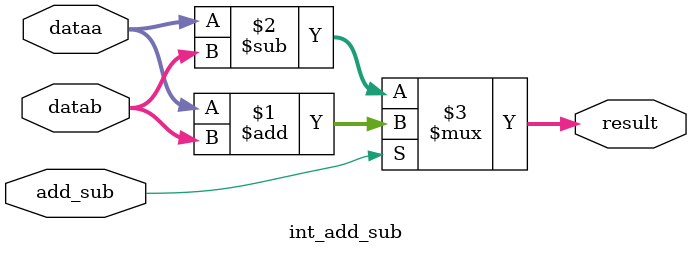
<source format=v>
module alu_simple (
	clock,
	srcA,
	srcB,
	alu_op,
	result)/* synthesis synthesis_clearbox = 1 */;


parameter ALU_OP  = 4;
input	[ALU_OP - 1 : 0]  alu_op;
input   [31:0] srcA;
input   [31:0] srcB;
input          clock;
output reg  [31:0] result;

wire   [31:0] result1;
wire   [31:0] result2;
wire   [31:0] result3;
wire   [31:0] result4;

wire add_sub;
assign add_sub = (alu_op == 3'b110)? 1 : 0;	// temporary
always@(*)
begin
   case(alu_op)
      3'h6,3'h7:begin
      	   result    = result1;
       end
      3'h1:begin
	   result    = {!srcA[31],srcA[30:0]};	//FIX this is not corrct
       end
      3'h2:begin
      	   result    = ~srcA;
       end
      3'h3:begin
      	   result    = srcA & srcB;
       end
      3'h4:begin
      	   result    = srcA | srcB;
       end
      3'h5:begin
      	   result    = srcA ^ srcB;
       end
       default: begin
      	   result    = 32'b0;
      	end
   endcase
end

   int_add_sub int_add_sub1(
      .add_sub(add_sub),
      .dataa (srcA),
      .datab (srcB),
      .result(result1)
   );
   
endmodule

module int_add_sub(
        add_sub,
        dataa ,
        datab ,
        result);
input add_sub;
input   [31:0] dataa;
input   [31:0] datab;
output   [31:0] result;

   assign result = (add_sub)?(dataa + datab) : (dataa - datab);
endmodule

</source>
